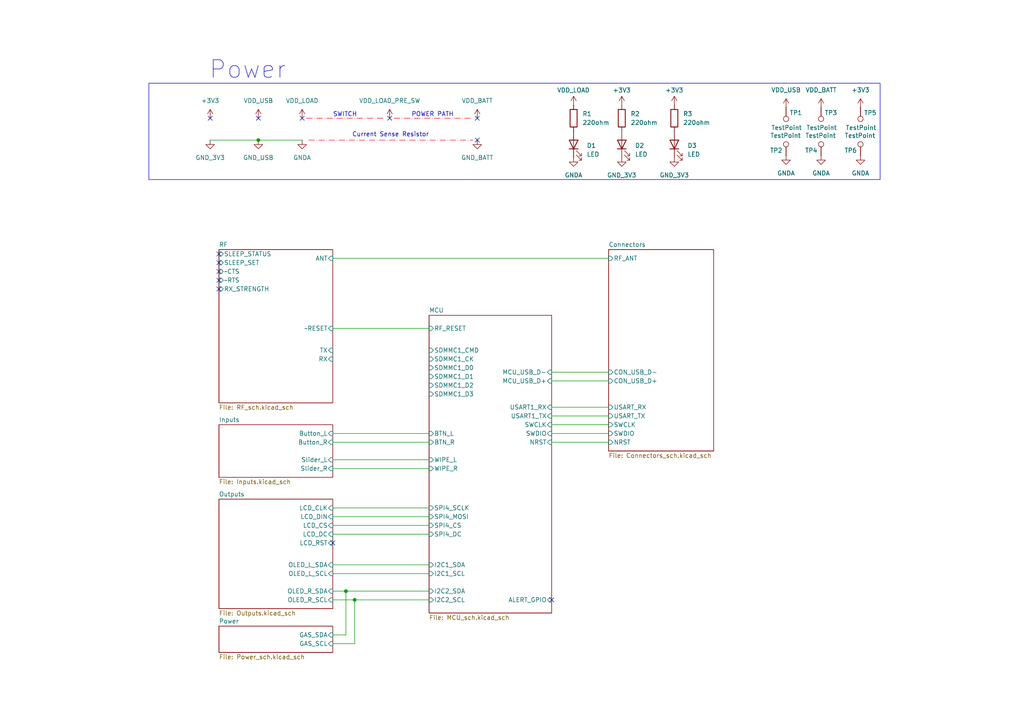
<source format=kicad_sch>
(kicad_sch (version 20231120) (generator "eeschema") (generator_version "8.0")
  (paper "A4")
  (lib_symbols
    (symbol "Connector:TestPoint" (pin_numbers hide) (pin_names (offset 0.762) hide)
      (property "Reference" "TP" (at 0 6.858 0))
      (property "Value" "TestPoint" (at 0 5.08 0))
      (symbol "TestPoint_0_1"
        (circle (center 0 3.302) (radius 0.762))
      )
      (symbol "TestPoint_1_1"
        (pin passive line (at 0 0 90) (length 2.54) (name "1") (number "1"))
      )
    )
    (symbol "Device:LED" (pin_numbers hide) (pin_names (offset 1.016) hide)
      (property "Reference" "D" (at 0 2.54 0))
      (property "Value" "LED" (at 0 -2.54 0))
      (symbol "LED_0_1"
        (polyline (pts (xy -1.27 -1.27) (xy -1.27 1.27)) (stroke (width 0.254)))
        (polyline (pts (xy -1.27 0) (xy 1.27 0)))
        (polyline (pts (xy 1.27 -1.27) (xy 1.27 1.27) (xy -1.27 0) (xy 1.27 -1.27)) (stroke (width 0.254)))
        (polyline (pts (xy -3.048 -0.762) (xy -4.572 -2.286) (xy -3.81 -2.286) (xy -4.572 -2.286) (xy -4.572 -1.524)))
        (polyline (pts (xy -1.778 -0.762) (xy -3.302 -2.286) (xy -2.54 -2.286) (xy -3.302 -2.286) (xy -3.302 -1.524)))
      )
      (symbol "LED_1_1"
        (pin passive line (at -3.81 0 0) (length 2.54) (name "K") (number "1"))
        (pin passive line (at 3.81 0 180) (length 2.54) (name "A") (number "2"))
      )
    )
    (symbol "Device:R" (pin_numbers hide) (pin_names (offset 0))
      (property "Reference" "R" (at 2.032 0 90))
      (property "Value" "R" (at 0 0 90))
      (symbol "R_0_1"
        (rectangle (start -1.016 -2.54) (end 1.016 2.54) (stroke (width 0.254)))
      )
      (symbol "R_1_1"
        (pin passive line (at 0 3.81 270) (length 1.27) (name "~") (number "1"))
        (pin passive line (at 0 -3.81 90) (length 1.27) (name "~") (number "2"))
      )
    )
    (symbol "power:+3V3" (power) (pin_numbers hide) (pin_names (offset 0) hide)
      (property "Value" "+3V3" (at 0 3.556 0))
      (symbol "+3V3_0_1"
        (polyline (pts (xy -0.762 1.27) (xy 0 2.54)))
        (polyline (pts (xy 0 0) (xy 0 2.54)))
        (polyline (pts (xy 0 2.54) (xy 0.762 1.27)))
      )
      (symbol "+3V3_1_1"
        (pin power_in line (at 0 0 90) (length 0) (name "~") (number "1"))
      )
    )
    (symbol "power:GND" (power) (pin_numbers hide) (pin_names (offset 0) hide)
      (property "Value" "GND" (at 0 -3.81 0))
      (symbol "GND_0_1"
        (polyline (pts (xy 0 0) (xy 0 -1.27) (xy 1.27 -1.27) (xy 0 -2.54) (xy -1.27 -1.27) (xy 0 -1.27)))
      )
      (symbol "GND_1_1"
        (pin power_in line (at 0 0 270) (length 0) (name "~") (number "1"))
      )
    )
    (symbol "power:GNDA" (power) (pin_numbers hide) (pin_names (offset 0) hide)
      (property "Value" "GNDA" (at 0 -3.81 0))
      (symbol "GNDA_0_1"
        (polyline (pts (xy 0 0) (xy 0 -1.27) (xy 1.27 -1.27) (xy 0 -2.54) (xy -1.27 -1.27) (xy 0 -1.27)))
      )
      (symbol "GNDA_1_1"
        (pin power_in line (at 0 0 270) (length 0) (name "~") (number "1"))
      )
    )
  )
  (junction (at 102.87 173.99))
  (junction (at 74.93 40.64))
  (junction (at 100.33 171.45))
  (no_connect (at 113.03 34.29))
  (no_connect (at 74.93 34.29))
  (no_connect (at 138.43 40.64))
  (no_connect (at 63.5 78.74))
  (no_connect (at 63.5 73.66))
  (no_connect (at 60.96 34.29))
  (no_connect (at 96.52 157.48))
  (no_connect (at 63.5 83.82))
  (no_connect (at 63.5 76.2))
  (no_connect (at 160.02 173.99))
  (no_connect (at 63.5 81.28))
  (no_connect (at 87.63 34.29))
  (no_connect (at 138.43 34.29))
  (wire (pts (xy 160.02 110.49) (xy 176.53 110.49)))
  (polyline (pts (xy 114.3 34.29) (xy 136.525 34.29)) (stroke (width 0) (type dash_dot) (color 255 5 28 1)))
  (wire (pts (xy 96.52 173.99) (xy 102.87 173.99)))
  (wire (pts (xy 96.52 152.4) (xy 124.46 152.4)))
  (wire (pts (xy 96.52 163.83) (xy 124.46 163.83)))
  (polyline (pts (xy 88.9 34.29) (xy 111.125 34.29)) (stroke (width 0) (type dash_dot) (color 255 5 28 1)))
  (wire (pts (xy 100.33 171.45) (xy 124.46 171.45)))
  (wire (pts (xy 96.52 171.45) (xy 100.33 171.45)))
  (wire (pts (xy 160.02 123.19) (xy 176.53 123.19)))
  (wire (pts (xy 100.33 184.15) (xy 100.33 171.45)))
  (wire (pts (xy 74.93 40.64) (xy 87.63 40.64)))
  (wire (pts (xy 96.52 133.35) (xy 124.46 133.35)))
  (wire (pts (xy 96.52 125.73) (xy 124.46 125.73)))
  (wire (pts (xy 96.52 135.89) (xy 124.46 135.89)))
  (wire (pts (xy 160.02 128.27) (xy 176.53 128.27)))
  (wire (pts (xy 96.52 186.69) (xy 102.87 186.69)))
  (wire (pts (xy 102.87 173.99) (xy 124.46 173.99)))
  (wire (pts (xy 102.87 186.69) (xy 102.87 173.99)))
  (wire (pts (xy 160.02 118.11) (xy 176.53 118.11)))
  (wire (pts (xy 96.52 95.25) (xy 124.46 95.25)))
  (wire (pts (xy 96.52 166.37) (xy 124.46 166.37)))
  (wire (pts (xy 60.96 40.64) (xy 74.93 40.64)))
  (wire (pts (xy 96.52 149.86) (xy 124.46 149.86)))
  (wire (pts (xy 96.52 154.94) (xy 124.46 154.94)))
  (wire (pts (xy 96.52 74.93) (xy 176.53 74.93)))
  (wire (pts (xy 160.02 120.65) (xy 176.53 120.65)))
  (wire (pts (xy 160.02 125.73) (xy 176.53 125.73)))
  (wire (pts (xy 160.02 107.95) (xy 176.53 107.95)))
  (wire (pts (xy 96.52 147.32) (xy 124.46 147.32)))
  (wire (pts (xy 96.52 184.15) (xy 100.33 184.15)))
  (polyline (pts (xy 89.535 40.64) (xy 137.16 40.64)) (stroke (width 0) (type dash_dot) (color 255 5 28 1)))
  (wire (pts (xy 96.52 128.27) (xy 124.46 128.27)))
  (rectangle (start 43.18 24.13) (end 255.27 52.07))
  (text "Power\n" (at 71.882 20.32 0) (effects (font (size 5.08 5.08))))
  (text "POWER PATH" (at 125.476 33.274 0) (effects (font (size 1.27 1.27))))
  (text "Current Sense Resistor\n" (at 113.284 39.116 0) (effects (font (size 1.27 1.27))))
  (text "SWITCH" (at 100.076 33.274 0) (effects (font (size 1.27 1.27))))
  (symbol (lib_id "power:GND") (at 138.43 40.64 0) (unit 1)
    (property "Reference" "#PWR09" (effects (hide yes)))
    (property "Value" "GND_BATT" (at 138.43 45.72 0))
    (property "Description" "Power symbol creates a global label with name \"GND\" , ground" (effects (hide yes)))
  )
  (symbol (lib_id "power:+3V3") (at 238.149 31.1872 0) (unit 1)
    (property "Reference" "#PWR018" (effects (hide yes)))
    (property "Value" "VDD_BATT" (at 238.149 26.1072 0))
    (property "Description" "Power symbol creates a global label with name \"+3V3\"" (effects (hide yes)))
  )
  (symbol (lib_id "Connector:TestPoint") (at 238.149 31.1872 180) (unit 1)
    (property "Reference" "TP3" (at 239.165 32.7112 0) (effects (justify right)))
    (property "Value" "TestPoint" (at 233.831 37.0292 0) (effects (justify right)))
    (property "Footprint" "Connector_PinHeader_2.54mm:PinHeader_1x02_P2.54mm_Vertical" (effects (hide yes)))
    (property "Description" "test point" (effects (hide yes)))
    (property "MANUF_PN" "N/A" (effects (hide yes)))
  )
  (symbol (lib_id "Device:LED") (at 180.34 41.91 90) (unit 1)
    (property "Reference" "D2" (at 184.15 42.2274 90) (effects (justify right)))
    (property "Value" "LED" (at 184.15 44.7674 90) (effects (justify right)))
    (property "Footprint" "LED_SMD:LED_0603_1608Metric" (effects (hide yes)))
    (property "Description" "Light emitting diode" (effects (hide yes)))
    (property "MANUF_PN" "LTST-C190GKT" (effects (hide yes)))
  )
  (symbol (lib_id "power:GND") (at 60.96 40.64 0) (unit 1)
    (property "Reference" "#PWR02" (effects (hide yes)))
    (property "Value" "GND_3V3" (at 60.96 45.72 0))
    (property "Description" "Power symbol creates a global label with name \"GND\" , ground" (effects (hide yes)))
  )
  (symbol (lib_id "power:+3V3") (at 180.34 30.48 0) (unit 1)
    (property "Reference" "#PWR012" (effects (hide yes)))
    (property "Value" "+3V3" (at 180.34 26.162 0))
    (property "Description" "Power symbol creates a global label with name \"+3V3\"" (effects (hide yes)))
  )
  (symbol (lib_id "power:GNDA") (at 227.989 45.1572 0) (unit 1)
    (property "Reference" "#PWR017" (effects (hide yes)))
    (property "Value" "GNDA" (at 227.989 50.2372 0))
    (property "Description" "Power symbol creates a global label with name \"GNDA\" , analog ground" (effects (hide yes)))
  )
  (symbol (lib_id "Connector:TestPoint") (at 238.149 45.1572 0) (unit 1)
    (property "Reference" "TP4" (at 237.133 43.6332 0) (effects (justify right)))
    (property "Value" "TestPoint" (at 242.467 39.3152 0) (effects (justify right)))
    (property "Footprint" "Connector_PinHeader_2.54mm:PinHeader_1x02_P2.54mm_Vertical" (effects (hide yes)))
    (property "Description" "test point" (effects (hide yes)))
    (property "MANUF_PN" "N/A" (effects (hide yes)))
  )
  (symbol (lib_id "power:+3V3") (at 138.43 34.29 0) (unit 1)
    (property "Reference" "#PWR08" (effects (hide yes)))
    (property "Value" "VDD_BATT" (at 138.43 29.21 0))
    (property "Description" "Power symbol creates a global label with name \"+3V3\"" (effects (hide yes)))
  )
  (symbol (lib_id "power:+3V3") (at 227.989 31.1872 0) (unit 1)
    (property "Reference" "#PWR016" (effects (hide yes)))
    (property "Value" "VDD_USB" (at 227.989 26.1072 0))
    (property "Description" "Power symbol creates a global label with name \"+3V3\"" (effects (hide yes)))
  )
  (symbol (lib_id "power:GND") (at 180.34 45.72 0) (unit 1)
    (property "Reference" "#PWR013" (effects (hide yes)))
    (property "Value" "GND_3V3" (at 180.34 50.8 0))
    (property "Description" "Power symbol creates a global label with name \"GND\" , ground" (effects (hide yes)))
  )
  (symbol (lib_id "Device:R") (at 195.58 34.29 0) (unit 1)
    (property "Reference" "R3" (at 198.12 33.0199 0) (effects (justify left)))
    (property "Value" "220ohm" (at 198.12 35.5599 0) (effects (justify left)))
    (property "Footprint" "Resistor_SMD:R_0603_1608Metric" (effects (hide yes)))
    (property "Description" "Resistor" (effects (hide yes)))
    (property "MANUF_PN" "RMCF0603FT220R" (effects (hide yes)))
  )
  (symbol (lib_id "power:+3V3") (at 60.96 34.29 0) (unit 1)
    (property "Reference" "#PWR01" (effects (hide yes)))
    (property "Value" "+3V3" (at 60.96 29.21 0))
    (property "Description" "Power symbol creates a global label with name \"+3V3\"" (effects (hide yes)))
  )
  (symbol (lib_id "Device:R") (at 166.37 34.29 0) (unit 1)
    (property "Reference" "R1" (at 168.91 33.0199 0) (effects (justify left)))
    (property "Value" "220ohm" (at 168.91 35.5599 0) (effects (justify left)))
    (property "Footprint" "Resistor_SMD:R_0603_1608Metric" (effects (hide yes)))
    (property "Description" "Resistor" (effects (hide yes)))
    (property "MANUF_PN" "RMCF0603FT220R" (effects (hide yes)))
  )
  (symbol (lib_id "power:+3V3") (at 113.03 34.29 0) (unit 1)
    (property "Reference" "#PWR07" (effects (hide yes)))
    (property "Value" "VDD_LOAD_PRE_SW" (at 113.03 29.21 0))
    (property "Description" "Power symbol creates a global label with name \"+3V3\"" (effects (hide yes)))
  )
  (symbol (lib_id "power:+3V3") (at 74.93 34.29 0) (unit 1)
    (property "Reference" "#PWR03" (effects (hide yes)))
    (property "Value" "VDD_USB" (at 74.93 29.21 0))
    (property "Description" "Power symbol creates a global label with name \"+3V3\"" (effects (hide yes)))
  )
  (symbol (lib_id "power:GND") (at 74.93 40.64 0) (unit 1)
    (property "Reference" "#PWR04" (effects (hide yes)))
    (property "Value" "GND_USB" (at 74.93 45.72 0))
    (property "Description" "Power symbol creates a global label with name \"GND\" , ground" (effects (hide yes)))
  )
  (symbol (lib_id "power:GNDA") (at 238.149 45.1572 0) (unit 1)
    (property "Reference" "#PWR019" (effects (hide yes)))
    (property "Value" "GNDA" (at 238.149 50.2372 0))
    (property "Description" "Power symbol creates a global label with name \"GNDA\" , analog ground" (effects (hide yes)))
  )
  (symbol (lib_id "power:+3V3") (at 195.58 30.48 0) (unit 1)
    (property "Reference" "#PWR014" (effects (hide yes)))
    (property "Value" "+3V3" (at 195.58 26.162 0))
    (property "Description" "Power symbol creates a global label with name \"+3V3\"" (effects (hide yes)))
  )
  (symbol (lib_id "Connector:TestPoint") (at 227.989 45.1572 0) (unit 1)
    (property "Reference" "TP2" (at 226.973 43.6332 0) (effects (justify right)))
    (property "Value" "TestPoint" (at 232.307 39.3152 0) (effects (justify right)))
    (property "Footprint" "Connector_PinHeader_2.54mm:PinHeader_1x02_P2.54mm_Vertical" (effects (hide yes)))
    (property "Description" "test point" (effects (hide yes)))
    (property "MANUF_PN" "N/A" (effects (hide yes)))
  )
  (symbol (lib_id "Connector:TestPoint") (at 249.579 31.1872 180) (unit 1)
    (property "Reference" "TP5" (at 250.595 32.7112 0) (effects (justify right)))
    (property "Value" "TestPoint" (at 245.261 37.0292 0) (effects (justify right)))
    (property "Footprint" "Connector_PinHeader_2.54mm:PinHeader_1x02_P2.54mm_Vertical" (effects (hide yes)))
    (property "Description" "test point" (effects (hide yes)))
    (property "MANUF_PN" "N/A" (effects (hide yes)))
  )
  (symbol (lib_id "Device:LED") (at 166.37 41.91 90) (unit 1)
    (property "Reference" "D1" (at 170.18 42.2274 90) (effects (justify right)))
    (property "Value" "LED" (at 170.18 44.7674 90) (effects (justify right)))
    (property "Footprint" "LED_SMD:LED_0603_1608Metric" (effects (hide yes)))
    (property "Description" "Light emitting diode" (effects (hide yes)))
    (property "MANUF_PN" "LTST-C190GKT" (effects (hide yes)))
  )
  (symbol (lib_id "power:GNDA") (at 166.37 45.72 0) (unit 1)
    (property "Reference" "#PWR011" (effects (hide yes)))
    (property "Value" "GNDA" (at 166.37 50.8 0))
    (property "Description" "Power symbol creates a global label with name \"GNDA\" , analog ground" (effects (hide yes)))
  )
  (symbol (lib_id "Connector:TestPoint") (at 227.989 31.1872 180) (unit 1)
    (property "Reference" "TP1" (at 229.005 32.7112 0) (effects (justify right)))
    (property "Value" "TestPoint" (at 223.671 37.0292 0) (effects (justify right)))
    (property "Footprint" "Connector_PinHeader_2.54mm:PinHeader_1x02_P2.54mm_Vertical" (effects (hide yes)))
    (property "Description" "test point" (effects (hide yes)))
    (property "MANUF_PN" "N/A" (effects (hide yes)))
  )
  (symbol (lib_id "Device:LED") (at 195.58 41.91 90) (unit 1)
    (property "Reference" "D3" (at 199.39 42.2274 90) (effects (justify right)))
    (property "Value" "LED" (at 199.39 44.7674 90) (effects (justify right)))
    (property "Footprint" "LED_THT:LED_D5.0mm" (effects (hide yes)))
    (property "Description" "Light emitting diode" (effects (hide yes)))
    (property "MANUF_PN" "LTL-4293" (effects (hide yes)))
  )
  (symbol (lib_id "power:GND") (at 195.58 45.72 0) (unit 1)
    (property "Reference" "#PWR015" (effects (hide yes)))
    (property "Value" "GND_3V3" (at 195.58 50.8 0))
    (property "Description" "Power symbol creates a global label with name \"GND\" , ground" (effects (hide yes)))
  )
  (symbol (lib_id "power:+3V3") (at 166.37 30.48 0) (unit 1)
    (property "Reference" "#PWR010" (effects (hide yes)))
    (property "Value" "VDD_LOAD" (at 161.544 26.162 0) (effects (justify left)))
    (property "Description" "Power symbol creates a global label with name \"+3V3\"" (effects (hide yes)))
  )
  (symbol (lib_id "Device:R") (at 180.34 34.29 0) (unit 1)
    (property "Reference" "R2" (at 182.88 33.0199 0) (effects (justify left)))
    (property "Value" "220ohm" (at 182.88 35.5599 0) (effects (justify left)))
    (property "Footprint" "Resistor_SMD:R_0603_1608Metric" (effects (hide yes)))
    (property "Description" "Resistor" (effects (hide yes)))
    (property "MANUF_PN" "RMCF0603FT220R" (effects (hide yes)))
  )
  (symbol (lib_id "power:GNDA") (at 249.579 45.1572 0) (unit 1)
    (property "Reference" "#PWR021" (effects (hide yes)))
    (property "Value" "GNDA" (at 249.579 50.2372 0))
    (property "Description" "Power symbol creates a global label with name \"GNDA\" , analog ground" (effects (hide yes)))
  )
  (symbol (lib_id "power:+3V3") (at 249.579 31.1872 0) (unit 1)
    (property "Reference" "#PWR020" (effects (hide yes)))
    (property "Value" "+3V3" (at 249.579 26.1072 0))
    (property "Description" "Power symbol creates a global label with name \"+3V3\"" (effects (hide yes)))
  )
  (symbol (lib_id "power:+3V3") (at 87.63 34.29 0) (unit 1)
    (property "Reference" "#PWR05" (effects (hide yes)))
    (property "Value" "VDD_LOAD" (at 87.63 29.21 0))
    (property "Description" "Power symbol creates a global label with name \"+3V3\"" (effects (hide yes)))
  )
  (symbol (lib_id "Connector:TestPoint") (at 249.579 45.1572 0) (unit 1)
    (property "Reference" "TP6" (at 248.563 43.6332 0) (effects (justify right)))
    (property "Value" "TestPoint" (at 253.897 39.3152 0) (effects (justify right)))
    (property "Footprint" "Connector_PinHeader_2.54mm:PinHeader_1x02_P2.54mm_Vertical" (effects (hide yes)))
    (property "Description" "test point" (effects (hide yes)))
    (property "MANUF_PN" "N/A" (effects (hide yes)))
  )
  (symbol (lib_id "power:GNDA") (at 87.63 40.64 0) (unit 1)
    (property "Reference" "#PWR06" (effects (hide yes)))
    (property "Value" "GNDA" (at 87.63 45.72 0))
    (property "Description" "Power symbol creates a global label with name \"GNDA\" , analog ground" (effects (hide yes)))
  )
  (sheet (at 63.5 123.19) (size 33.02 15.24) (stroke (width 0.1524))
    (property "Sheetname" "Inputs" (at 63.5 122.4784 0) (effects (justify left bottom)))
    (property "Sheetfile" "Inputs.kicad_sch" (at 63.5 139.0146 0) (effects (justify left top)))
    (pin "Button_L" input (at 96.52 125.73 0))
    (pin "Slider_R" input (at 96.52 135.89 0))
    (pin "Slider_L" input (at 96.52 133.35 0))
    (pin "Button_R" input (at 96.52 128.27 0))
  )
  (sheet (at 176.53 72.39) (size 30.48 58.42) (stroke (width 0.1524))
    (property "Sheetname" "Connectors" (at 176.53 71.6784 0) (effects (justify left bottom)))
    (property "Sheetfile" "Connectors_sch.kicad_sch" (at 176.53 131.3946 0) (effects (justify left top)))
    (pin "RF_ANT" input (at 176.53 74.93 180))
    (pin "USART_RX" input (at 176.53 118.11 180))
    (pin "USART_TX" input (at 176.53 120.65 180))
    (pin "SWCLK" input (at 176.53 123.19 180))
    (pin "SWDIO" input (at 176.53 125.73 180))
    (pin "NRST" input (at 176.53 128.27 180))
    (pin "CON_USB_D-" input (at 176.53 107.95 180))
    (pin "CON_USB_D+" input (at 176.53 110.49 180))
  )
  (sheet (at 63.5 72.39) (size 33.02 44.45) (stroke (width 0.1524))
    (property "Sheetname" "RF" (at 63.5 71.6784 0) (effects (justify left bottom)))
    (property "Sheetfile" "RF_sch.kicad_sch" (at 63.5 117.4246 0) (effects (justify left top)))
    (pin "ANT" input (at 96.52 74.93 0))
    (pin "~RESET" input (at 96.52 95.25 0))
    (pin "TX" input (at 96.52 101.6 0))
    (pin "RX" input (at 96.52 104.14 0))
    (pin "SLEEP_STATUS" input (at 63.5 73.66 180))
    (pin "SLEEP_SET" input (at 63.5 76.2 180))
    (pin "~CTS" input (at 63.5 78.74 180))
    (pin "~RTS" input (at 63.5 81.28 180))
    (pin "RX_STRENGTH" input (at 63.5 83.82 180))
  )
  (sheet (at 124.46 91.44) (size 35.56 86.36) (stroke (width 0.1524))
    (property "Sheetname" "MCU" (at 124.46 90.7284 0) (effects (justify left bottom)))
    (property "Sheetfile" "MCU_sch.kicad_sch" (at 124.46 178.3846 0) (effects (justify left top)))
    (pin "USART1_TX" input (at 160.02 120.65 0))
    (pin "USART1_RX" input (at 160.02 118.11 0))
    (pin "NRST" input (at 160.02 128.27 0))
    (pin "SWDIO" input (at 160.02 125.73 0))
    (pin "SWCLK" input (at 160.02 123.19 0))
    (pin "I2C1_SCL" input (at 124.46 166.37 180))
    (pin "I2C1_SDA" input (at 124.46 163.83 180))
    (pin "I2C2_SCL" input (at 124.46 173.99 180))
    (pin "I2C2_SDA" input (at 124.46 171.45 180))
    (pin "BTN_L" input (at 124.46 125.73 180))
    (pin "BTN_R" input (at 124.46 128.27 180))
    (pin "WIPE_R" input (at 124.46 135.89 180))
    (pin "WIPE_L" input (at 124.46 133.35 180))
    (pin "MCU_USB_D-" input (at 160.02 107.95 0))
    (pin "MCU_USB_D+" input (at 160.02 110.49 0))
    (pin "ALERT_GPIO" input (at 160.02 173.99 0))
    (pin "SPI4_MOSI" input (at 124.46 149.86 180))
    (pin "SPI4_SCLK" input (at 124.46 147.32 180))
    (pin "SDMMC1_CMD" input (at 124.46 101.6 180))
    (pin "SDMMC1_D0" input (at 124.46 106.68 180))
    (pin "SDMMC1_D1" input (at 124.46 109.22 180))
    (pin "SDMMC1_D2" input (at 124.46 111.76 180))
    (pin "SDMMC1_CK" input (at 124.46 104.14 180))
    (pin "SDMMC1_D3" input (at 124.46 114.3 180))
    (pin "SPI4_CS" input (at 124.46 152.4 180))
    (pin "SPI4_DC" input (at 124.46 154.94 180))
    (pin "RF_RESET" input (at 124.46 95.25 180))
  )
  (sheet (at 63.5 181.61) (size 33.02 7.62) (stroke (width 0.1524))
    (property "Sheetname" "Power" (at 63.5 180.8984 0) (effects (justify left bottom)))
    (property "Sheetfile" "Power_sch.kicad_sch" (at 63.5 189.8146 0) (effects (justify left top)))
    (pin "GAS_SCL" input (at 96.52 186.69 0))
    (pin "GAS_SDA" input (at 96.52 184.15 0))
  )
  (sheet (at 63.5 144.78) (size 33.02 31.75) (stroke (width 0.1524))
    (property "Sheetname" "Outputs" (at 63.5 144.0684 0) (effects (justify left bottom)))
    (property "Sheetfile" "Outputs.kicad_sch" (at 63.5 177.1146 0) (effects (justify left top)))
    (pin "LCD_CLK" input (at 96.52 147.32 0))
    (pin "LCD_DIN" input (at 96.52 149.86 0))
    (pin "LCD_CS" input (at 96.52 152.4 0))
    (pin "LCD_DC" input (at 96.52 154.94 0))
    (pin "LCD_RST" input (at 96.52 157.48 0))
    (pin "OLED_L_SCL" input (at 96.52 166.37 0))
    (pin "OLED_L_SDA" input (at 96.52 163.83 0))
    (pin "OLED_R_SDA" input (at 96.52 171.45 0))
    (pin "OLED_R_SCL" input (at 96.52 173.99 0))
  )
)
</source>
